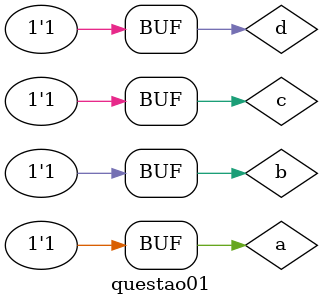
<source format=v>

module sopCanon( output s, input a, input b, input c, input d );
    and  AND1 ( s1, ~a, ~b, ~c, ~d );
    and  AND2 ( s2, ~a, ~b, ~c,  d );
    and  AND3 ( s3, ~a,  b, ~c,  d );
    and  AND4 ( s4, ~a,  b,  c, ~d );
    and  AND5 ( s5,  a, ~b, ~c, ~d );
    and  AND6 ( s6,  a, ~b, ~c,  d );
    and  AND7 ( s7,  a,  b, ~c, ~d );
    and  AND8 ( s8,  a,  b,  c, ~d );
    or   OR_1 ( s, s1, s2, s3, s4, s5, s6, s7, s8 );
endmodule // sopCanon

module sopSimpl( output s, input a, input b, input c, input d );
    and  AND1 ( s1, ~b, ~c );
    and  AND2 ( s2, ~a, ~c,  d );
    and  AND3 ( s3,  a, ~c, ~d );
    and  AND4 ( s4,  b,  c, ~d );
    or   OR_1 ( s, s1, s2, s3, s4);
endmodule // sopSimpl

module posCanon( output s, input A, input B, input C, input D );
    or   OR_1 ( s1,  A,  B, ~C,  D);
    or   OR_2 ( s2,  A,  B, ~C, ~D);
    or   OR_3 ( s3,  A, ~B,  C,  D);
    or   OR_4 ( s4,  A, ~B, ~C, ~D);
    or   OR_5 ( s5, ~A,  B, ~C,  D);
    or   OR_6 ( s6, ~A,  B, ~C, ~D);
    or   OR_7 ( s7, ~A, ~B,  C, ~D);
    or   OR_8 ( s8, ~A, ~B, ~C, ~D);
    and  AND1  ( s, s1, s2, s3, s4, s5, s6, s7, s8 );
endmodule // posCanon

module posSimpl( output s, input A, input B, input C, input D );
    or   OR_1 ( s1, ~C, ~D );
    or   OR_2 ( s2,  B, ~C );
    or   OR_3 ( s3, ~A, ~B, ~D );
    or   OR_4 ( s4,  A, ~B,  C,  D );
    and  AND1 ( s, s1, s2, s3, s4);
endmodule // sopCanon

module questao01;
    reg a, b, c, d;      // Variaveis
    wire s1, s2, s3, s4; // Respostas

    sopCanon SOPCANON ( s1, a, b, c, d ); // SoP Canonica
    sopSimpl SOPSIMPL ( s2, a, b, c, d ); // SoP Simplificada
    posCanon POSCANON ( s3, a, b, c, d ); // PoS Canonica
    posSimpl POSSIMPL ( s4, a, b, c, d ); // PoS Simplificada

    initial
        begin: initial_values
            a = 1'b0; b = 1'b0; c = 1'b0; d = 1'b0;
        end

    initial
        begin: main
            $display ( "----------------------------------------------" );
            $display ( "Marcos Antonio Lommez Candido Ribeiro - 771157" );
            $display ( "----------------------------------------------" );
            $display ( " variaveis           SoP             PoS" );
            $display ( "  a b c d       Canon. Simpl.   Canon. Simpl.");
            $monitor ( "  %b %b %b %b    =    %b      %b        %b      %b", a, b, c, d, s1, s2, s3, s4);

            #1 a = 0; b = 0; c = 0; d = 0;
            #1 a = 0; b = 0; c = 0; d = 1;
            #1 a = 0; b = 0; c = 1; d = 0;
            #1 a = 0; b = 0; c = 1; d = 1;
            #1 a = 0; b = 1; c = 0; d = 0;
            #1 a = 0; b = 1; c = 0; d = 1;
            #1 a = 0; b = 1; c = 1; d = 0;
            #1 a = 0; b = 1; c = 1; d = 1;
            #1 a = 1; b = 0; c = 0; d = 0;
            #1 a = 1; b = 0; c = 0; d = 1;
            #1 a = 1; b = 0; c = 1; d = 0;
            #1 a = 1; b = 0; c = 1; d = 1;
            #1 a = 1; b = 1; c = 0; d = 0;
            #1 a = 1; b = 1; c = 0; d = 1;
            #1 a = 1; b = 1; c = 1; d = 0;
            #1 a = 1; b = 1; c = 1; d = 1;
        end
endmodule

/* 
----------------------------------------------
Marcos Antonio Lommez Candido Ribeiro - 771157
----------------------------------------------
 variaveis           SoP             PoS
  a b c d       Canon. Simpl.   Canon. Simpl.
  0 0 0 0    =    1      1        1      1
  0 0 0 1    =    1      1        1      1
  0 0 1 0    =    0      0        0      0
  0 0 1 1    =    0      0        0      0
  0 1 0 0    =    0      0        0      0
  0 1 0 1    =    1      1        1      1
  0 1 1 0    =    1      1        1      1
  0 1 1 1    =    0      0        0      0
  1 0 0 0    =    1      1        1      1
  1 0 0 1    =    1      1        1      1
  1 0 1 0    =    0      0        0      0
  1 0 1 1    =    0      0        0      0
  1 1 0 0    =    1      1        1      1
  1 1 0 1    =    0      0        0      0
  1 1 1 0    =    1      1        1      1
  1 1 1 1    =    0      0        0      0
 */
</source>
